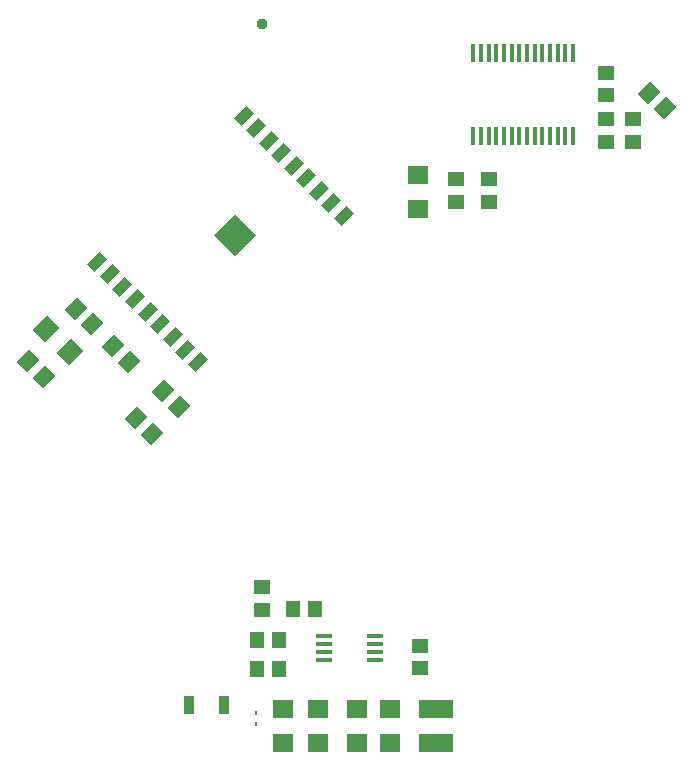
<source format=gtp>
G04*
G04 #@! TF.GenerationSoftware,Altium Limited,Altium Designer,21.6.4 (81)*
G04*
G04 Layer_Color=8421504*
%FSLAX24Y24*%
%MOIN*%
G70*
G04*
G04 #@! TF.SameCoordinates,91C8DFC6-6E0A-4D14-B263-8AF1C318984C*
G04*
G04*
G04 #@! TF.FilePolarity,Positive*
G04*
G01*
G75*
%ADD66C,0.0374*%
%ADD67R,0.0512X0.0571*%
%ADD68R,0.0571X0.0177*%
%ADD69R,0.0571X0.0512*%
%ADD70R,0.0689X0.0610*%
%ADD71R,0.1161X0.0590*%
%ADD72R,0.0492X0.0571*%
%ADD73R,0.0571X0.0492*%
%ADD74R,0.0374X0.0610*%
%ADD75R,0.0078X0.0122*%
G04:AMPARAMS|DCode=76|XSize=57.1mil|YSize=33.4mil|CornerRadius=0mil|HoleSize=0mil|Usage=FLASHONLY|Rotation=45.000|XOffset=0mil|YOffset=0mil|HoleType=Round|Shape=Rectangle|*
%AMROTATEDRECTD76*
4,1,4,-0.0084,-0.0320,-0.0320,-0.0084,0.0084,0.0320,0.0320,0.0084,-0.0084,-0.0320,0.0*
%
%ADD76ROTATEDRECTD76*%

G04:AMPARAMS|DCode=77|XSize=49.2mil|YSize=57.1mil|CornerRadius=0mil|HoleSize=0mil|Usage=FLASHONLY|Rotation=135.000|XOffset=0mil|YOffset=0mil|HoleType=Round|Shape=Rectangle|*
%AMROTATEDRECTD77*
4,1,4,0.0376,0.0028,-0.0028,-0.0376,-0.0376,-0.0028,0.0028,0.0376,0.0376,0.0028,0.0*
%
%ADD77ROTATEDRECTD77*%

G04:AMPARAMS|DCode=78|XSize=61mil|YSize=68.9mil|CornerRadius=0mil|HoleSize=0mil|Usage=FLASHONLY|Rotation=315.000|XOffset=0mil|YOffset=0mil|HoleType=Round|Shape=Rectangle|*
%AMROTATEDRECTD78*
4,1,4,-0.0459,-0.0028,0.0028,0.0459,0.0459,0.0028,-0.0028,-0.0459,-0.0459,-0.0028,0.0*
%
%ADD78ROTATEDRECTD78*%

G04:AMPARAMS|DCode=79|XSize=57.1mil|YSize=51.2mil|CornerRadius=0mil|HoleSize=0mil|Usage=FLASHONLY|Rotation=225.000|XOffset=0mil|YOffset=0mil|HoleType=Round|Shape=Rectangle|*
%AMROTATEDRECTD79*
4,1,4,0.0021,0.0383,0.0383,0.0021,-0.0021,-0.0383,-0.0383,-0.0021,0.0021,0.0383,0.0*
%
%ADD79ROTATEDRECTD79*%

%ADD80R,0.0177X0.0630*%
G36*
X-4457Y5073D02*
X-5161Y4369D01*
X-5865Y5073D01*
X-5161Y5778D01*
X-4457Y5073D01*
D02*
G37*
G54D66*
X-4250Y12100D02*
D03*
G54D67*
X-3676Y-9400D02*
D03*
X-4424D02*
D03*
X-3224Y-7400D02*
D03*
X-2476D02*
D03*
G54D68*
X-2196Y-8316D02*
D03*
Y-8572D02*
D03*
Y-8828D02*
D03*
Y-9084D02*
D03*
X-504Y-8316D02*
D03*
Y-8572D02*
D03*
Y-8828D02*
D03*
Y-9084D02*
D03*
G54D69*
X-4250Y-6676D02*
D03*
Y-7424D02*
D03*
G54D70*
X0Y-10749D02*
D03*
Y-11851D02*
D03*
X-1100Y-10749D02*
D03*
Y-11851D02*
D03*
X-2400Y-10749D02*
D03*
Y-11851D02*
D03*
X-3550Y-10749D02*
D03*
Y-11851D02*
D03*
X950Y5949D02*
D03*
Y7051D02*
D03*
G54D71*
X1550Y-11861D02*
D03*
Y-10739D02*
D03*
G54D72*
X-4424Y-8450D02*
D03*
X-3676D02*
D03*
G54D73*
X1000Y-9374D02*
D03*
Y-8626D02*
D03*
X7200Y9726D02*
D03*
Y10474D02*
D03*
X3300Y6924D02*
D03*
Y6176D02*
D03*
X8100Y8924D02*
D03*
Y8176D02*
D03*
X7200Y8924D02*
D03*
Y8176D02*
D03*
X2200Y6176D02*
D03*
Y6924D02*
D03*
G54D74*
X-5509Y-10600D02*
D03*
X-6691D02*
D03*
G54D75*
X-4450Y-11227D02*
D03*
Y-10873D02*
D03*
G54D76*
X-9743Y4171D02*
D03*
X-9326Y3754D02*
D03*
X-8908Y3336D02*
D03*
X-8490Y2919D02*
D03*
X-8073Y2501D02*
D03*
X-7655Y2084D02*
D03*
X-7238Y1666D02*
D03*
X-6820Y1248D02*
D03*
X-6403Y831D02*
D03*
X-1531Y5703D02*
D03*
X-1948Y6120D02*
D03*
X-2366Y6538D02*
D03*
X-2784Y6955D02*
D03*
X-3201Y7373D02*
D03*
X-3619Y7790D02*
D03*
X-4036Y8208D02*
D03*
X-4454Y8626D02*
D03*
X-4871Y9043D02*
D03*
G54D77*
X-11536Y336D02*
D03*
X-12064Y864D02*
D03*
X-8686Y836D02*
D03*
X-9214Y1364D02*
D03*
G54D78*
X-11440Y1940D02*
D03*
X-10660Y1160D02*
D03*
G54D79*
X-9936Y2086D02*
D03*
X-10464Y2614D02*
D03*
X-7936Y-1564D02*
D03*
X-8464Y-1036D02*
D03*
X-7036Y-664D02*
D03*
X-7564Y-136D02*
D03*
X8636Y9814D02*
D03*
X9164Y9286D02*
D03*
G54D80*
X2787Y8362D02*
D03*
X3043D02*
D03*
X3298D02*
D03*
X3554D02*
D03*
X3810D02*
D03*
X4066Y8362D02*
D03*
X4322Y8362D02*
D03*
X4578D02*
D03*
X4834D02*
D03*
X5090D02*
D03*
X5346D02*
D03*
X5602D02*
D03*
X5857D02*
D03*
X6113D02*
D03*
X2787Y11138D02*
D03*
X3043Y11138D02*
D03*
X3298Y11138D02*
D03*
X3554Y11138D02*
D03*
X3810Y11138D02*
D03*
X4066Y11138D02*
D03*
X4322D02*
D03*
X4578D02*
D03*
X4834D02*
D03*
X5090Y11138D02*
D03*
X5346Y11138D02*
D03*
X5602Y11138D02*
D03*
X5857Y11138D02*
D03*
X6113Y11138D02*
D03*
M02*

</source>
